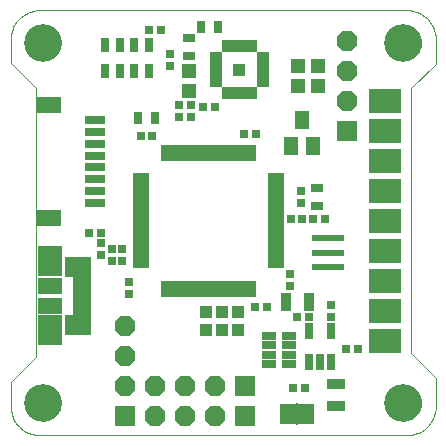
<source format=gts>
G75*
G70*
%OFA0B0*%
%FSLAX24Y24*%
%IPPOS*%
%LPD*%
%AMOC8*
5,1,8,0,0,1.08239X$1,22.5*
%
%ADD10C,0.0000*%
%ADD11C,0.1261*%
%ADD12R,0.0316X0.0513*%
%ADD13R,0.0277X0.0316*%
%ADD14R,0.0395X0.0194*%
%ADD15R,0.0194X0.0395*%
%ADD16R,0.0394X0.0394*%
%ADD17R,0.0316X0.0434*%
%ADD18R,0.0434X0.0316*%
%ADD19R,0.0316X0.0277*%
%ADD20R,0.0300X0.0580*%
%ADD21R,0.0474X0.0631*%
%ADD22R,0.0690X0.0316*%
%ADD23R,0.0789X0.0552*%
%ADD24R,0.1080X0.0830*%
%ADD25R,0.0592X0.0356*%
%ADD26R,0.0356X0.0592*%
%ADD27R,0.0623X0.0257*%
%ADD28R,0.0907X0.0661*%
%ADD29R,0.0828X0.1015*%
%ADD30R,0.0828X0.0543*%
%ADD31R,0.1102X0.0236*%
%ADD32R,0.0474X0.0513*%
%ADD33R,0.0395X0.0395*%
%ADD34R,0.0680X0.0680*%
%ADD35OC8,0.0680*%
%ADD36R,0.0540X0.0710*%
%ADD37R,0.0060X0.0720*%
%ADD38R,0.0552X0.0198*%
%ADD39R,0.0198X0.0552*%
%ADD40R,0.0480X0.0280*%
D10*
X011483Y005999D02*
X011483Y006796D01*
X012327Y007639D01*
X012327Y016577D01*
X011483Y017421D01*
X011483Y018203D01*
X011485Y018265D01*
X011491Y018326D01*
X011500Y018387D01*
X011514Y018448D01*
X011531Y018507D01*
X011552Y018565D01*
X011577Y018622D01*
X011605Y018677D01*
X011636Y018730D01*
X011671Y018781D01*
X011709Y018830D01*
X011750Y018877D01*
X011793Y018920D01*
X011840Y018961D01*
X011889Y018999D01*
X011940Y019034D01*
X011993Y019065D01*
X012048Y019093D01*
X012105Y019118D01*
X012163Y019139D01*
X012222Y019156D01*
X012283Y019170D01*
X012344Y019179D01*
X012405Y019185D01*
X012467Y019187D01*
X012467Y019188D02*
X024672Y019188D01*
X024672Y019187D02*
X024734Y019185D01*
X024795Y019179D01*
X024856Y019170D01*
X024917Y019156D01*
X024976Y019139D01*
X025034Y019118D01*
X025091Y019093D01*
X025146Y019065D01*
X025199Y019034D01*
X025250Y018999D01*
X025299Y018961D01*
X025346Y018920D01*
X025389Y018877D01*
X025430Y018830D01*
X025468Y018781D01*
X025503Y018730D01*
X025534Y018677D01*
X025562Y018622D01*
X025587Y018565D01*
X025608Y018507D01*
X025625Y018448D01*
X025639Y018387D01*
X025648Y018326D01*
X025654Y018265D01*
X025656Y018203D01*
X025656Y017406D01*
X024827Y016577D01*
X024827Y007764D01*
X025656Y006935D01*
X025656Y005999D01*
X025654Y005937D01*
X025648Y005876D01*
X025639Y005815D01*
X025625Y005754D01*
X025608Y005695D01*
X025587Y005637D01*
X025562Y005580D01*
X025534Y005525D01*
X025503Y005472D01*
X025468Y005421D01*
X025430Y005372D01*
X025389Y005325D01*
X025346Y005282D01*
X025299Y005241D01*
X025250Y005203D01*
X025199Y005168D01*
X025146Y005137D01*
X025091Y005109D01*
X025034Y005084D01*
X024976Y005063D01*
X024917Y005046D01*
X024856Y005032D01*
X024795Y005023D01*
X024734Y005017D01*
X024672Y005015D01*
X024672Y005014D02*
X012467Y005014D01*
X012467Y005015D02*
X012405Y005017D01*
X012344Y005023D01*
X012283Y005032D01*
X012222Y005046D01*
X012163Y005063D01*
X012105Y005084D01*
X012048Y005109D01*
X011993Y005137D01*
X011940Y005168D01*
X011889Y005203D01*
X011840Y005241D01*
X011793Y005282D01*
X011750Y005325D01*
X011709Y005372D01*
X011671Y005421D01*
X011636Y005472D01*
X011605Y005525D01*
X011577Y005580D01*
X011552Y005637D01*
X011531Y005695D01*
X011514Y005754D01*
X011500Y005815D01*
X011491Y005876D01*
X011485Y005937D01*
X011483Y005999D01*
X011975Y006097D02*
X011977Y006145D01*
X011983Y006193D01*
X011993Y006240D01*
X012006Y006286D01*
X012024Y006331D01*
X012044Y006375D01*
X012069Y006417D01*
X012097Y006456D01*
X012127Y006493D01*
X012161Y006527D01*
X012198Y006559D01*
X012236Y006588D01*
X012277Y006613D01*
X012320Y006635D01*
X012365Y006653D01*
X012411Y006667D01*
X012458Y006678D01*
X012506Y006685D01*
X012554Y006688D01*
X012602Y006687D01*
X012650Y006682D01*
X012698Y006673D01*
X012744Y006661D01*
X012789Y006644D01*
X012833Y006624D01*
X012875Y006601D01*
X012915Y006574D01*
X012953Y006544D01*
X012988Y006511D01*
X013020Y006475D01*
X013050Y006437D01*
X013076Y006396D01*
X013098Y006353D01*
X013118Y006309D01*
X013133Y006264D01*
X013145Y006217D01*
X013153Y006169D01*
X013157Y006121D01*
X013157Y006073D01*
X013153Y006025D01*
X013145Y005977D01*
X013133Y005930D01*
X013118Y005885D01*
X013098Y005841D01*
X013076Y005798D01*
X013050Y005757D01*
X013020Y005719D01*
X012988Y005683D01*
X012953Y005650D01*
X012915Y005620D01*
X012875Y005593D01*
X012833Y005570D01*
X012789Y005550D01*
X012744Y005533D01*
X012698Y005521D01*
X012650Y005512D01*
X012602Y005507D01*
X012554Y005506D01*
X012506Y005509D01*
X012458Y005516D01*
X012411Y005527D01*
X012365Y005541D01*
X012320Y005559D01*
X012277Y005581D01*
X012236Y005606D01*
X012198Y005635D01*
X012161Y005667D01*
X012127Y005701D01*
X012097Y005738D01*
X012069Y005777D01*
X012044Y005819D01*
X012024Y005863D01*
X012006Y005908D01*
X011993Y005954D01*
X011983Y006001D01*
X011977Y006049D01*
X011975Y006097D01*
X023983Y006097D02*
X023985Y006145D01*
X023991Y006193D01*
X024001Y006240D01*
X024014Y006286D01*
X024032Y006331D01*
X024052Y006375D01*
X024077Y006417D01*
X024105Y006456D01*
X024135Y006493D01*
X024169Y006527D01*
X024206Y006559D01*
X024244Y006588D01*
X024285Y006613D01*
X024328Y006635D01*
X024373Y006653D01*
X024419Y006667D01*
X024466Y006678D01*
X024514Y006685D01*
X024562Y006688D01*
X024610Y006687D01*
X024658Y006682D01*
X024706Y006673D01*
X024752Y006661D01*
X024797Y006644D01*
X024841Y006624D01*
X024883Y006601D01*
X024923Y006574D01*
X024961Y006544D01*
X024996Y006511D01*
X025028Y006475D01*
X025058Y006437D01*
X025084Y006396D01*
X025106Y006353D01*
X025126Y006309D01*
X025141Y006264D01*
X025153Y006217D01*
X025161Y006169D01*
X025165Y006121D01*
X025165Y006073D01*
X025161Y006025D01*
X025153Y005977D01*
X025141Y005930D01*
X025126Y005885D01*
X025106Y005841D01*
X025084Y005798D01*
X025058Y005757D01*
X025028Y005719D01*
X024996Y005683D01*
X024961Y005650D01*
X024923Y005620D01*
X024883Y005593D01*
X024841Y005570D01*
X024797Y005550D01*
X024752Y005533D01*
X024706Y005521D01*
X024658Y005512D01*
X024610Y005507D01*
X024562Y005506D01*
X024514Y005509D01*
X024466Y005516D01*
X024419Y005527D01*
X024373Y005541D01*
X024328Y005559D01*
X024285Y005581D01*
X024244Y005606D01*
X024206Y005635D01*
X024169Y005667D01*
X024135Y005701D01*
X024105Y005738D01*
X024077Y005777D01*
X024052Y005819D01*
X024032Y005863D01*
X024014Y005908D01*
X024001Y005954D01*
X023991Y006001D01*
X023985Y006049D01*
X023983Y006097D01*
X023983Y018105D02*
X023985Y018153D01*
X023991Y018201D01*
X024001Y018248D01*
X024014Y018294D01*
X024032Y018339D01*
X024052Y018383D01*
X024077Y018425D01*
X024105Y018464D01*
X024135Y018501D01*
X024169Y018535D01*
X024206Y018567D01*
X024244Y018596D01*
X024285Y018621D01*
X024328Y018643D01*
X024373Y018661D01*
X024419Y018675D01*
X024466Y018686D01*
X024514Y018693D01*
X024562Y018696D01*
X024610Y018695D01*
X024658Y018690D01*
X024706Y018681D01*
X024752Y018669D01*
X024797Y018652D01*
X024841Y018632D01*
X024883Y018609D01*
X024923Y018582D01*
X024961Y018552D01*
X024996Y018519D01*
X025028Y018483D01*
X025058Y018445D01*
X025084Y018404D01*
X025106Y018361D01*
X025126Y018317D01*
X025141Y018272D01*
X025153Y018225D01*
X025161Y018177D01*
X025165Y018129D01*
X025165Y018081D01*
X025161Y018033D01*
X025153Y017985D01*
X025141Y017938D01*
X025126Y017893D01*
X025106Y017849D01*
X025084Y017806D01*
X025058Y017765D01*
X025028Y017727D01*
X024996Y017691D01*
X024961Y017658D01*
X024923Y017628D01*
X024883Y017601D01*
X024841Y017578D01*
X024797Y017558D01*
X024752Y017541D01*
X024706Y017529D01*
X024658Y017520D01*
X024610Y017515D01*
X024562Y017514D01*
X024514Y017517D01*
X024466Y017524D01*
X024419Y017535D01*
X024373Y017549D01*
X024328Y017567D01*
X024285Y017589D01*
X024244Y017614D01*
X024206Y017643D01*
X024169Y017675D01*
X024135Y017709D01*
X024105Y017746D01*
X024077Y017785D01*
X024052Y017827D01*
X024032Y017871D01*
X024014Y017916D01*
X024001Y017962D01*
X023991Y018009D01*
X023985Y018057D01*
X023983Y018105D01*
X011975Y018105D02*
X011977Y018153D01*
X011983Y018201D01*
X011993Y018248D01*
X012006Y018294D01*
X012024Y018339D01*
X012044Y018383D01*
X012069Y018425D01*
X012097Y018464D01*
X012127Y018501D01*
X012161Y018535D01*
X012198Y018567D01*
X012236Y018596D01*
X012277Y018621D01*
X012320Y018643D01*
X012365Y018661D01*
X012411Y018675D01*
X012458Y018686D01*
X012506Y018693D01*
X012554Y018696D01*
X012602Y018695D01*
X012650Y018690D01*
X012698Y018681D01*
X012744Y018669D01*
X012789Y018652D01*
X012833Y018632D01*
X012875Y018609D01*
X012915Y018582D01*
X012953Y018552D01*
X012988Y018519D01*
X013020Y018483D01*
X013050Y018445D01*
X013076Y018404D01*
X013098Y018361D01*
X013118Y018317D01*
X013133Y018272D01*
X013145Y018225D01*
X013153Y018177D01*
X013157Y018129D01*
X013157Y018081D01*
X013153Y018033D01*
X013145Y017985D01*
X013133Y017938D01*
X013118Y017893D01*
X013098Y017849D01*
X013076Y017806D01*
X013050Y017765D01*
X013020Y017727D01*
X012988Y017691D01*
X012953Y017658D01*
X012915Y017628D01*
X012875Y017601D01*
X012833Y017578D01*
X012789Y017558D01*
X012744Y017541D01*
X012698Y017529D01*
X012650Y017520D01*
X012602Y017515D01*
X012554Y017514D01*
X012506Y017517D01*
X012458Y017524D01*
X012411Y017535D01*
X012365Y017549D01*
X012320Y017567D01*
X012277Y017589D01*
X012236Y017614D01*
X012198Y017643D01*
X012161Y017675D01*
X012127Y017709D01*
X012097Y017746D01*
X012069Y017785D01*
X012044Y017827D01*
X012024Y017871D01*
X012006Y017916D01*
X011993Y017962D01*
X011983Y018009D01*
X011977Y018057D01*
X011975Y018105D01*
D11*
X012566Y018105D03*
X024574Y018105D03*
X024574Y006097D03*
X012566Y006097D03*
D12*
X014620Y017144D03*
X015112Y017144D03*
X015604Y017144D03*
X016096Y017144D03*
X016096Y018010D03*
X015604Y018010D03*
X015112Y018010D03*
X014620Y018010D03*
D13*
X016099Y018514D03*
X016492Y018514D03*
X017911Y015952D03*
X018305Y015952D03*
X019255Y015046D03*
X019649Y015046D03*
X016211Y014983D03*
X015818Y014983D03*
X014492Y011764D03*
X014099Y011764D03*
X019630Y009296D03*
X020024Y009296D03*
X021036Y008952D03*
X021430Y008952D03*
X022661Y007889D03*
X023055Y007889D03*
X021305Y006577D03*
X020911Y006577D03*
X020818Y012233D03*
X021211Y012233D03*
X021568Y012233D03*
X021961Y012233D03*
D14*
X019896Y016710D03*
X019896Y016907D03*
X019896Y017103D03*
X019896Y017300D03*
X019896Y017497D03*
X019896Y017694D03*
X018321Y017694D03*
X018321Y017497D03*
X018321Y017300D03*
X018321Y017103D03*
X018321Y016907D03*
X018321Y016710D03*
D15*
X018616Y016414D03*
X018813Y016414D03*
X019010Y016414D03*
X019207Y016414D03*
X019403Y016414D03*
X019600Y016414D03*
X019600Y017989D03*
X019403Y017989D03*
X019207Y017989D03*
X019010Y017989D03*
X018813Y017989D03*
X018616Y017989D03*
D16*
X019108Y017202D03*
D17*
X018403Y018639D03*
X017813Y018639D03*
X016310Y015608D03*
X015719Y015608D03*
D18*
X017421Y017657D03*
X017421Y018247D03*
X021702Y013247D03*
X021702Y012657D03*
D19*
X021171Y012755D03*
X021171Y013149D03*
X017483Y015630D03*
X017108Y015630D03*
X017108Y016024D03*
X017483Y016024D03*
X016796Y017318D03*
X016796Y017711D03*
X014483Y011430D03*
X014858Y011211D03*
X015202Y011211D03*
X015202Y010818D03*
X014858Y010818D03*
X014483Y011036D03*
X015421Y010117D03*
X015421Y009724D03*
X020796Y010005D03*
X020796Y010399D03*
X022171Y009367D03*
X022171Y008974D03*
D20*
X022166Y008493D03*
X021426Y008493D03*
X021426Y007473D03*
X021796Y007473D03*
X022166Y007473D03*
D21*
X021576Y014675D03*
X020828Y014675D03*
X021202Y015541D03*
D22*
X014279Y015517D03*
X014279Y015124D03*
X014279Y014730D03*
X014279Y014336D03*
X014279Y013943D03*
X014279Y013549D03*
X014279Y013155D03*
X014279Y012761D03*
D23*
X012754Y012250D03*
X012754Y016029D03*
D24*
X023977Y016171D03*
X023977Y015171D03*
X023977Y014171D03*
X023977Y013171D03*
X023977Y012171D03*
X023977Y011171D03*
X023977Y010171D03*
X023977Y009171D03*
X023977Y008171D03*
D25*
X022327Y006732D03*
X022327Y005984D03*
D26*
X021420Y009452D03*
X020672Y009452D03*
D27*
X013858Y009415D03*
X013858Y009671D03*
X013858Y009927D03*
X013858Y010182D03*
X013858Y009159D03*
D28*
X013716Y008701D03*
X013716Y010640D03*
D29*
X012811Y010817D03*
X012811Y008524D03*
D30*
X012811Y009336D03*
X012811Y009993D03*
D31*
X022046Y010636D03*
X022046Y011108D03*
X022046Y011581D03*
D32*
X017421Y016492D03*
X017421Y017162D03*
X021046Y017318D03*
X021733Y017318D03*
X021733Y016648D03*
X021046Y016648D03*
D33*
X019046Y009122D03*
X018514Y009122D03*
X017983Y009122D03*
X017983Y008532D03*
X018514Y008532D03*
X019046Y008532D03*
D34*
X019296Y006671D03*
X019296Y005671D03*
X015296Y005671D03*
X022702Y015171D03*
D35*
X022702Y016171D03*
X022702Y017171D03*
X022702Y018171D03*
X015296Y008671D03*
X015296Y007671D03*
X015296Y006671D03*
X016296Y006671D03*
X017296Y006671D03*
X018296Y006671D03*
X018296Y005671D03*
X017296Y005671D03*
X016296Y005671D03*
D36*
X020714Y005733D03*
X021314Y005733D03*
D37*
X021014Y005733D03*
D38*
X020341Y010694D03*
X020341Y010891D03*
X020341Y011088D03*
X020341Y011285D03*
X020341Y011482D03*
X020341Y011678D03*
X020341Y011875D03*
X020341Y012072D03*
X020341Y012269D03*
X020341Y012466D03*
X020341Y012663D03*
X020341Y012860D03*
X020341Y013056D03*
X020341Y013253D03*
X020341Y013450D03*
X020341Y013647D03*
X015813Y013647D03*
X015813Y013450D03*
X015813Y013253D03*
X015813Y013056D03*
X015813Y012860D03*
X015813Y012663D03*
X015813Y012466D03*
X015813Y012269D03*
X015813Y012072D03*
X015813Y011875D03*
X015813Y011678D03*
X015813Y011482D03*
X015813Y011285D03*
X015813Y011088D03*
X015813Y010891D03*
X015813Y010694D03*
D39*
X016600Y009907D03*
X016797Y009907D03*
X016994Y009907D03*
X017191Y009907D03*
X017388Y009907D03*
X017585Y009907D03*
X017782Y009907D03*
X017978Y009907D03*
X018175Y009907D03*
X018372Y009907D03*
X018569Y009907D03*
X018766Y009907D03*
X018963Y009907D03*
X019160Y009907D03*
X019356Y009907D03*
X019553Y009907D03*
X019553Y014434D03*
X019356Y014434D03*
X019160Y014434D03*
X018963Y014434D03*
X018766Y014434D03*
X018569Y014434D03*
X018372Y014434D03*
X018175Y014434D03*
X017978Y014434D03*
X017782Y014434D03*
X017585Y014434D03*
X017388Y014434D03*
X017191Y014434D03*
X016994Y014434D03*
X016797Y014434D03*
X016600Y014434D03*
D40*
X020108Y008327D03*
X020108Y008012D03*
X020758Y008012D03*
X020758Y008327D03*
X020758Y007697D03*
X020758Y007382D03*
X020108Y007382D03*
X020108Y007697D03*
M02*

</source>
